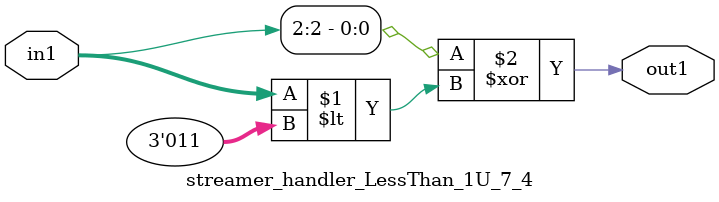
<source format=v>

`timescale 1ps / 1ps


module streamer_handler_LessThan_1U_7_4( in1, out1 );

    input [2:0] in1;
    output out1;

    
    // rtl_process:qkv_macro_handler_hub_LessThan_1U_52_4/qkv_macro_handler_hub_LessThan_1U_52_4_thread_1
    assign out1 = (in1[2] ^ in1 < 3'd3);

endmodule





</source>
